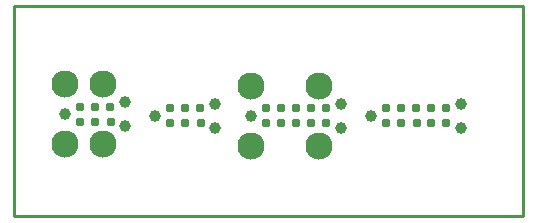
<source format=gtl>
%FSLAX44Y44*%
%MOMM*%
G71*
G01*
G75*
G04 Layer_Physical_Order=1*
G04 Layer_Color=255*
%ADD10C,0.7900*%
%ADD11C,0.2540*%
%ADD12C,0.9906*%
%ADD13C,2.3000*%
D10*
X617220Y346710D02*
D03*
X604520D02*
D03*
X617220Y334010D02*
D03*
X604520D02*
D03*
X566420D02*
D03*
Y346710D02*
D03*
X579120Y334010D02*
D03*
Y346710D02*
D03*
X592620Y334010D02*
D03*
X591820Y346710D02*
D03*
X502920D02*
D03*
X515620D02*
D03*
Y334010D02*
D03*
X502920D02*
D03*
X464820D02*
D03*
Y346710D02*
D03*
X477520Y334010D02*
D03*
Y346710D02*
D03*
X490220Y334010D02*
D03*
Y346710D02*
D03*
X408940D02*
D03*
X409740Y334010D02*
D03*
X396240Y346710D02*
D03*
Y334010D02*
D03*
X383540Y346710D02*
D03*
Y334010D02*
D03*
X307340Y335280D02*
D03*
Y347980D02*
D03*
X320040Y335280D02*
D03*
Y347980D02*
D03*
X333540Y335280D02*
D03*
X332740Y347980D02*
D03*
D11*
X251460Y433070D02*
X681990D01*
X251460Y255270D02*
Y433070D01*
X681990Y255270D02*
Y433070D01*
X251460Y255270D02*
X681990D01*
D12*
X553720Y340360D02*
D03*
X629920Y350520D02*
D03*
Y330200D02*
D03*
X452120Y340360D02*
D03*
X528320Y350510D02*
D03*
Y330210D02*
D03*
X421640Y330200D02*
D03*
Y350520D02*
D03*
X370840Y340360D02*
D03*
X294640Y341630D02*
D03*
X345440Y351790D02*
D03*
Y331470D02*
D03*
D13*
X452120Y365760D02*
D03*
Y314960D02*
D03*
X509270Y365760D02*
D03*
Y314960D02*
D03*
X294640Y367030D02*
D03*
Y316230D02*
D03*
X326390Y367030D02*
D03*
Y316230D02*
D03*
M02*

</source>
